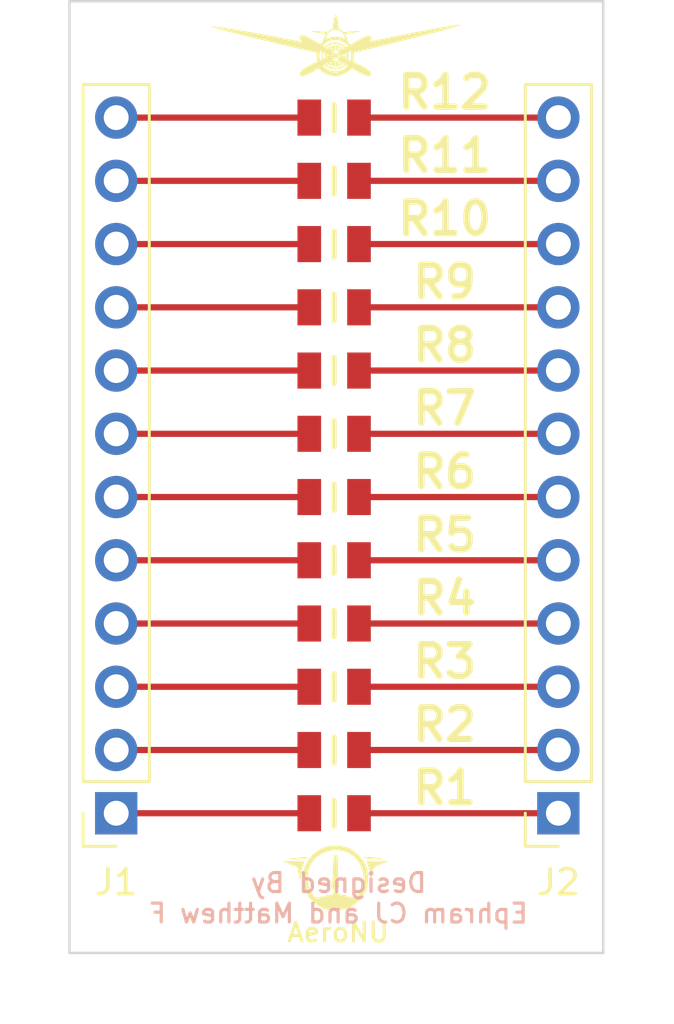
<source format=kicad_pcb>
(kicad_pcb (version 20221018) (generator pcbnew)
  (layers (0 "F.Cu" signal) (31 "B.Cu" signal) (34 "B.Paste" user) (35 "F.Paste" user) (36 "B.SilkS" user "B.Silkscreen") (37 "F.SilkS" user "F.Silkscreen") (38 "B.Mask" user) (39 "F.Mask" user) (44 "Edge.Cuts" user))
  (net 0 "")
  (net 1 "Net-(J1-Pin_1)")
  (net 2 "Net-(J1-Pin_2)")
  (net 3 "Net-(J1-Pin_3)")
  (net 4 "Net-(J1-Pin_4)")
  (net 5 "Net-(J1-Pin_5)")
  (net 6 "Net-(J1-Pin_6)")
  (net 7 "Net-(J1-Pin_7)")
  (net 8 "Net-(J1-Pin_8)")
  (net 9 "Net-(J1-Pin_9)")
  (net 10 "Net-(J1-Pin_10)")
  (net 11 "Net-(J1-Pin_11)")
  (net 12 "Net-(J1-Pin_12)")
  (net 13 "Net-(J2-Pin_1)")
  (net 14 "Net-(J2-Pin_2)")
  (net 15 "Net-(J2-Pin_3)")
  (net 16 "Net-(J2-Pin_4)")
  (net 17 "Net-(J2-Pin_5)")
  (net 18 "Net-(J2-Pin_6)")
  (net 19 "Net-(J2-Pin_7)")
  (net 20 "Net-(J2-Pin_8)")
  (net 21 "Net-(J2-Pin_9)")
  (net 22 "Net-(J2-Pin_10)")
  (net 23 "Net-(J2-Pin_11)")
  (net 24 "Net-(J2-Pin_12)")
  (footprint "FixedWing:RESC2012X50N" (layer "F.Cu") (at 161.163 99.06)
    (fp_text reference "R3" (at 4.445 -1.016) (layer "F.SilkS") (effects (font (size 1.27 1.27) (thickness 0.254))))
    (fp_text value "475Ω" hide)
    (pad "1" smd rect (at -1 0) (size 0.95 1.45) (layers "F.Cu" "F.Paste" "F.Mask") (net 3 "Net-(J1-Pin_3)"))
    (pad "2" smd rect (at 1 0) (size 0.95 1.45) (layers "F.Cu" "F.Paste" "F.Mask") (net 15 "Net-(J2-Pin_3)"))
  )
  (footprint "FixedWing:RESC2012X50N" (layer "F.Cu") (at 161.163 104.14)
    (fp_text reference "R1" (at 4.445 -1.016) (layer "F.SilkS") (effects (font (size 1.27 1.27) (thickness 0.254))))
    (fp_text value "475Ω" hide)
    (pad "1" smd rect (at -1 0) (size 0.95 1.45) (layers "F.Cu" "F.Paste" "F.Mask") (net 1 "Net-(J1-Pin_1)"))
    (pad "2" smd rect (at 1 0) (size 0.95 1.45) (layers "F.Cu" "F.Paste" "F.Mask") (net 13 "Net-(J2-Pin_1)"))
  )
  (footprint "Connector_PinSocket_2.54mm:PinSocket_1x12_P2.54mm_Vertical" (layer "F.Cu") (at 170.18 104.14 180)
    (fp_text reference "J2" (at 0 -2.77) (layer "F.SilkS"))
    (fp_text value "Conn_01x12")
    (pad "1" thru_hole rect (at 0 0 180) (size 1.7 1.7) (drill 1) (layers "*.Cu" "*.Mask") (net 13 "Net-(J2-Pin_1)"))
    (pad "2" thru_hole oval (at 0 2.54 180) (size 1.7 1.7) (drill 1) (layers "*.Cu" "*.Mask") (net 14 "Net-(J2-Pin_2)"))
    (pad "3" thru_hole oval (at 0 5.08 180) (size 1.7 1.7) (drill 1) (layers "*.Cu" "*.Mask") (net 15 "Net-(J2-Pin_3)"))
    (pad "4" thru_hole oval (at 0 7.62 180) (size 1.7 1.7) (drill 1) (layers "*.Cu" "*.Mask") (net 16 "Net-(J2-Pin_4)"))
    (pad "5" thru_hole oval (at 0 10.16 180) (size 1.7 1.7) (drill 1) (layers "*.Cu" "*.Mask") (net 17 "Net-(J2-Pin_5)"))
    (pad "6" thru_hole oval (at 0 12.7 180) (size 1.7 1.7) (drill 1) (layers "*.Cu" "*.Mask") (net 18 "Net-(J2-Pin_6)"))
    (pad "7" thru_hole oval (at 0 15.24 180) (size 1.7 1.7) (drill 1) (layers "*.Cu" "*.Mask") (net 19 "Net-(J2-Pin_7)"))
    (pad "8" thru_hole oval (at 0 17.78 180) (size 1.7 1.7) (drill 1) (layers "*.Cu" "*.Mask") (net 20 "Net-(J2-Pin_8)"))
    (pad "9" thru_hole oval (at 0 20.32 180) (size 1.7 1.7) (drill 1) (layers "*.Cu" "*.Mask") (net 21 "Net-(J2-Pin_9)"))
    (pad "10" thru_hole oval (at 0 22.86 180) (size 1.7 1.7) (drill 1) (layers "*.Cu" "*.Mask") (net 22 "Net-(J2-Pin_10)"))
    (pad "11" thru_hole oval (at 0 25.4 180) (size 1.7 1.7) (drill 1) (layers "*.Cu" "*.Mask") (net 23 "Net-(J2-Pin_11)"))
    (pad "12" thru_hole oval (at 0 27.94 180) (size 1.7 1.7) (drill 1) (layers "*.Cu" "*.Mask") (net 24 "Net-(J2-Pin_12)"))
  )
  (footprint "FixedWing:RESC2012X50N" (layer "F.Cu") (at 161.163 76.2)
    (fp_text reference "R12" (at 4.445 -1.016) (layer "F.SilkS") (effects (font (size 1.27 1.27) (thickness 0.254))))
    (fp_text value "475Ω" hide)
    (pad "1" smd rect (at -1 0) (size 0.95 1.45) (layers "F.Cu" "F.Paste" "F.Mask") (net 12 "Net-(J1-Pin_12)"))
    (pad "2" smd rect (at 1 0) (size 0.95 1.45) (layers "F.Cu" "F.Paste" "F.Mask") (net 24 "Net-(J2-Pin_12)"))
  )
  (footprint "FixedWing:RESC2012X50N" (layer "F.Cu") (at 161.163 91.44)
    (fp_text reference "R6" (at 4.445 -1.016) (layer "F.SilkS") (effects (font (size 1.27 1.27) (thickness 0.254))))
    (fp_text value "475Ω" hide)
    (pad "1" smd rect (at -1 0) (size 0.95 1.45) (layers "F.Cu" "F.Paste" "F.Mask") (net 6 "Net-(J1-Pin_6)"))
    (pad "2" smd rect (at 1 0) (size 0.95 1.45) (layers "F.Cu" "F.Paste" "F.Mask") (net 18 "Net-(J2-Pin_6)"))
  )
  (footprint "FixedWing:AeroNU - Logo (Smol)" (layer "F.Cu") (at 161.355749 109.504388)
    (fp_text reference "AeroNU" hide)
    (fp_text value "LOGO" hide)
  )
  (footprint "FixedWing:RESC2012X50N" (layer "F.Cu") (at 161.163 96.52)
    (fp_text reference "R4" (at 4.445 -1.016) (layer "F.SilkS") (effects (font (size 1.27 1.27) (thickness 0.254))))
    (fp_text value "475Ω" hide)
    (pad "1" smd rect (at -1 0) (size 0.95 1.45) (layers "F.Cu" "F.Paste" "F.Mask") (net 4 "Net-(J1-Pin_4)"))
    (pad "2" smd rect (at 1 0) (size 0.95 1.45) (layers "F.Cu" "F.Paste" "F.Mask") (net 16 "Net-(J2-Pin_4)"))
  )
  (footprint "FixedWing:RESC2012X50N" (layer "F.Cu") (at 161.163 93.98)
    (fp_text reference "R5" (at 4.445 -1.016) (layer "F.SilkS") (effects (font (size 1.27 1.27) (thickness 0.254))))
    (fp_text value "475Ω" hide)
    (pad "1" smd rect (at -1 0) (size 0.95 1.45) (layers "F.Cu" "F.Paste" "F.Mask") (net 5 "Net-(J1-Pin_5)"))
    (pad "2" smd rect (at 1 0) (size 0.95 1.45) (layers "F.Cu" "F.Paste" "F.Mask") (net 17 "Net-(J2-Pin_5)"))
  )
  (footprint "FixedWing:RESC2012X50N" (layer "F.Cu") (at 161.163 88.9)
    (fp_text reference "R7" (at 4.445 -1.016) (layer "F.SilkS") (effects (font (size 1.27 1.27) (thickness 0.254))))
    (fp_text value "475Ω" hide)
    (pad "1" smd rect (at -1 0) (size 0.95 1.45) (layers "F.Cu" "F.Paste" "F.Mask") (net 7 "Net-(J1-Pin_7)"))
    (pad "2" smd rect (at 1 0) (size 0.95 1.45) (layers "F.Cu" "F.Paste" "F.Mask") (net 19 "Net-(J2-Pin_7)"))
  )
  (footprint "FixedWing:RESC2012X50N" (layer "F.Cu") (at 161.163 86.36)
    (fp_text reference "R8" (at 4.445 -1.016) (layer "F.SilkS") (effects (font (size 1.27 1.27) (thickness 0.254))))
    (fp_text value "475Ω" hide)
    (pad "1" smd rect (at -1 0) (size 0.95 1.45) (layers "F.Cu" "F.Paste" "F.Mask") (net 8 "Net-(J1-Pin_8)"))
    (pad "2" smd rect (at 1 0) (size 0.95 1.45) (layers "F.Cu" "F.Paste" "F.Mask") (net 20 "Net-(J2-Pin_8)"))
  )
  (footprint "FixedWing:RESC2012X50N" (layer "F.Cu") (at 161.163 78.74)
    (fp_text reference "R11" (at 4.445 -1.016) (layer "F.SilkS") (effects (font (size 1.27 1.27) (thickness 0.254))))
    (fp_text value "475Ω" hide)
    (pad "1" smd rect (at -1 0) (size 0.95 1.45) (layers "F.Cu" "F.Paste" "F.Mask") (net 11 "Net-(J1-Pin_11)"))
    (pad "2" smd rect (at 1 0) (size 0.95 1.45) (layers "F.Cu" "F.Paste" "F.Mask") (net 23 "Net-(J2-Pin_11)"))
  )
  (footprint "FixedWing:RESC2012X50N" (layer "F.Cu") (at 161.163 101.6)
    (fp_text reference "R2" (at 4.445 -1.016) (layer "F.SilkS") (effects (font (size 1.27 1.27) (thickness 0.254))))
    (fp_text value "475Ω" hide)
    (pad "1" smd rect (at -1 0) (size 0.95 1.45) (layers "F.Cu" "F.Paste" "F.Mask") (net 2 "Net-(J1-Pin_2)"))
    (pad "2" smd rect (at 1 0) (size 0.95 1.45) (layers "F.Cu" "F.Paste" "F.Mask") (net 14 "Net-(J2-Pin_2)"))
  )
  (footprint "FixedWing:RESC2012X50N" (layer "F.Cu") (at 161.163 81.28)
    (fp_text reference "R10" (at 4.445 -1.016) (layer "F.SilkS") (effects (font (size 1.27 1.27) (thickness 0.254))))
    (fp_text value "475Ω" hide)
    (pad "1" smd rect (at -1 0) (size 0.95 1.45) (layers "F.Cu" "F.Paste" "F.Mask") (net 10 "Net-(J1-Pin_10)"))
    (pad "2" smd rect (at 1 0) (size 0.95 1.45) (layers "F.Cu" "F.Paste" "F.Mask") (net 22 "Net-(J2-Pin_10)"))
  )
  (footprint "FixedWing:RESC2012X50N" (layer "F.Cu") (at 161.163 83.82)
    (fp_text reference "R9" (at 4.445 -1.016) (layer "F.SilkS") (effects (font (size 1.27 1.27) (thickness 0.254))))
    (fp_text value "475Ω" hide)
    (pad "1" smd rect (at -1 0) (size 0.95 1.45) (layers "F.Cu" "F.Paste" "F.Mask") (net 9 "Net-(J1-Pin_9)"))
    (pad "2" smd rect (at 1 0) (size 0.95 1.45) (layers "F.Cu" "F.Paste" "F.Mask") (net 21 "Net-(J2-Pin_9)"))
  )
  (footprint "FixedWing:FixedWing - Logo (Smol)" (layer "F.Cu") (at 161.250214 73.970419)
    (fp_text reference "FixedWing" hide)
    (fp_text value "LOGO" hide)
  )
  (footprint "Connector_PinSocket_2.54mm:PinSocket_1x12_P2.54mm_Vertical" (layer "F.Cu") (at 152.4 104.14 180)
    (fp_text reference "J1" (at 0 -2.77) (layer "F.SilkS"))
    (fp_text value "Conn_01x12")
    (pad "1" thru_hole rect (at 0 0 180) (size 1.7 1.7) (drill 1) (layers "*.Cu" "*.Mask") (net 1 "Net-(J1-Pin_1)"))
    (pad "2" thru_hole oval (at 0 2.54 180) (size 1.7 1.7) (drill 1) (layers "*.Cu" "*.Mask") (net 2 "Net-(J1-Pin_2)"))
    (pad "3" thru_hole oval (at 0 5.08 180) (size 1.7 1.7) (drill 1) (layers "*.Cu" "*.Mask") (net 3 "Net-(J1-Pin_3)"))
    (pad "4" thru_hole oval (at 0 7.62 180) (size 1.7 1.7) (drill 1) (layers "*.Cu" "*.Mask") (net 4 "Net-(J1-Pin_4)"))
    (pad "5" thru_hole oval (at 0 10.16 180) (size 1.7 1.7) (drill 1) (layers "*.Cu" "*.Mask") (net 5 "Net-(J1-Pin_5)"))
    (pad "6" thru_hole oval (at 0 12.7 180) (size 1.7 1.7) (drill 1) (layers "*.Cu" "*.Mask") (net 6 "Net-(J1-Pin_6)"))
    (pad "7" thru_hole oval (at 0 15.24 180) (size 1.7 1.7) (drill 1) (layers "*.Cu" "*.Mask") (net 7 "Net-(J1-Pin_7)"))
    (pad "8" thru_hole oval (at 0 17.78 180) (size 1.7 1.7) (drill 1) (layers "*.Cu" "*.Mask") (net 8 "Net-(J1-Pin_8)"))
    (pad "9" thru_hole oval (at 0 20.32 180) (size 1.7 1.7) (drill 1) (layers "*.Cu" "*.Mask") (net 9 "Net-(J1-Pin_9)"))
    (pad "10" thru_hole oval (at 0 22.86 180) (size 1.7 1.7) (drill 1) (layers "*.Cu" "*.Mask") (net 10 "Net-(J1-Pin_10)"))
    (pad "11" thru_hole oval (at 0 25.4 180) (size 1.7 1.7) (drill 1) (layers "*.Cu" "*.Mask") (net 11 "Net-(J1-Pin_11)"))
    (pad "12" thru_hole oval (at 0 27.94 180) (size 1.7 1.7) (drill 1) (layers "*.Cu" "*.Mask") (net 12 "Net-(J1-Pin_12)"))
  )
  (gr_rect (start 150.5204 71.5264) (end 171.9834 109.7534) (stroke (width 0.1)) (fill none) (layer "Edge.Cuts"))
  (gr_text "Designed By\nEphram CJ and Matthew F" (at 161.3408 108.6104) (layer "B.SilkS") (effects (font (size 0.762 0.762) (thickness 0.127) bold) (justify bottom mirror)))
  (gr_text "AeroNU" (at 159.2072 109.3724) (layer "F.SilkS") (effects (font (size 0.762 0.762) (thickness 0.127) bold) (justify left bottom)))
  (segment (start 152.4 104.14) (end 160.163 104.14) (width 0.25) (layer "F.Cu") (net 1))
  (segment (start 152.4 101.6) (end 160.163 101.6) (width 0.25) (layer "F.Cu") (net 2))
  (segment (start 160.163 99.06) (end 152.4 99.06) (width 0.25) (layer "F.Cu") (net 3))
  (segment (start 160.163 96.52) (end 152.4 96.52) (width 0.25) (layer "F.Cu") (net 4))
  (segment (start 152.4 93.98) (end 160.163 93.98) (width 0.25) (layer "F.Cu") (net 5))
  (segment (start 152.4 91.44) (end 160.163 91.44) (width 0.25) (layer "F.Cu") (net 6))
  (segment (start 160.163 88.9) (end 152.4 88.9) (width 0.25) (layer "F.Cu") (net 7))
  (segment (start 152.4 86.36) (end 160.163 86.36) (width 0.25) (layer "F.Cu") (net 8))
  (segment (start 160.163 83.82) (end 152.4 83.82) (width 0.25) (layer "F.Cu") (net 9))
  (segment (start 152.4 81.28) (end 160.163 81.28) (width 0.25) (layer "F.Cu") (net 10))
  (segment (start 160.163 78.74) (end 152.4 78.74) (width 0.25) (layer "F.Cu") (net 11))
  (segment (start 152.4 76.2) (end 160.163 76.2) (width 0.25) (layer "F.Cu") (net 12))
  (segment (start 170.18 104.14) (end 162.163 104.14) (width 0.25) (layer "F.Cu") (net 13))
  (segment (start 162.163 101.6) (end 170.18 101.6) (width 0.25) (layer "F.Cu") (net 14))
  (segment (start 170.18 99.06) (end 162.163 99.06) (width 0.25) (layer "F.Cu") (net 15))
  (segment (start 162.163 96.52) (end 170.18 96.52) (width 0.25) (layer "F.Cu") (net 16))
  (segment (start 170.18 93.98) (end 162.163 93.98) (width 0.25) (layer "F.Cu") (net 17))
  (segment (start 162.163 91.44) (end 170.18 91.44) (width 0.25) (layer "F.Cu") (net 18))
  (segment (start 170.18 88.9) (end 162.163 88.9) (width 0.25) (layer "F.Cu") (net 19))
  (segment (start 162.163 86.36) (end 170.18 86.36) (width 0.25) (layer "F.Cu") (net 20))
  (segment (start 170.18 83.82) (end 162.163 83.82) (width 0.25) (layer "F.Cu") (net 21))
  (segment (start 162.163 81.28) (end 170.18 81.28) (width 0.25) (layer "F.Cu") (net 22))
  (segment (start 170.18 78.74) (end 162.163 78.74) (width 0.25) (layer "F.Cu") (net 23))
  (segment (start 162.163 76.2) (end 170.18 76.2) (width 0.25) (layer "F.Cu") (net 24))
)
</source>
